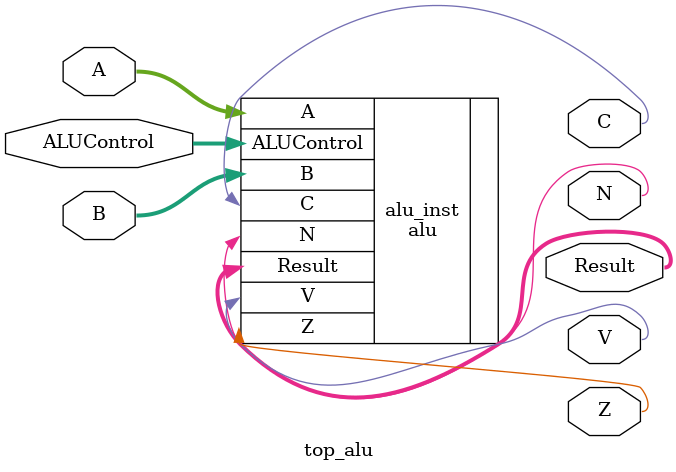
<source format=sv>
`timescale 1ns / 1ps


module top_alu#(
    parameter   DATAWIDTH = 8	
)(
    input  logic [DATAWIDTH - 1:0]  A           ,
    input  logic [DATAWIDTH - 1:0]  B           ,
    input  logic [1:0]              ALUControl  ,
    output logic [DATAWIDTH - 1:0]  Result      ,
    output logic                    N           ,
    output logic                    Z           ,
    output logic                    V           ,
    output logic                    C           
);

    alu#(
        .DATAWIDTH   (DATAWIDTH)
    )
    alu_inst(
        .A           (A         ),
        .B           (B         ),
        .ALUControl  (ALUControl),
        .Result      (Result    ),
        .N           (N         ),
        .Z           (Z         ),
        .V           (V         ),
        .C           (C         )
    );
    
endmodule

</source>
